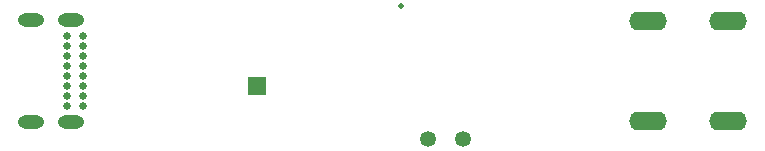
<source format=gbs>
G04 #@! TF.GenerationSoftware,KiCad,Pcbnew,5.1.10*
G04 #@! TF.CreationDate,2021-08-01T14:45:19-04:00*
G04 #@! TF.ProjectId,dac,6461632e-6b69-4636-9164-5f7063625858,rev?*
G04 #@! TF.SameCoordinates,Original*
G04 #@! TF.FileFunction,Soldermask,Bot*
G04 #@! TF.FilePolarity,Negative*
%FSLAX46Y46*%
G04 Gerber Fmt 4.6, Leading zero omitted, Abs format (unit mm)*
G04 Created by KiCad (PCBNEW 5.1.10) date 2021-08-01 14:45:19*
%MOMM*%
%LPD*%
G01*
G04 APERTURE LIST*
%ADD10O,3.200000X1.600000*%
%ADD11R,1.500000X1.500000*%
%ADD12C,1.346200*%
%ADD13C,0.500000*%
%ADD14O,2.216000X1.108000*%
%ADD15C,0.650000*%
G04 APERTURE END LIST*
D10*
X176150000Y-104775000D03*
X169350000Y-113225000D03*
X176150000Y-113225000D03*
X169350000Y-104775000D03*
D11*
X136300000Y-110300000D03*
D12*
X150750000Y-114799600D03*
X153750000Y-114799600D03*
D13*
X148500000Y-103500000D03*
D14*
X117165000Y-104675000D03*
X117165000Y-113325000D03*
X120545000Y-113325000D03*
X120545000Y-104675000D03*
D15*
X120175000Y-106025000D03*
X120175000Y-106875000D03*
X120175000Y-107725000D03*
X120175000Y-108575000D03*
X120175000Y-109425000D03*
X120175000Y-110275000D03*
X120175000Y-111125000D03*
X120175000Y-111975000D03*
X121525000Y-111975000D03*
X121525000Y-111125000D03*
X121525000Y-110275000D03*
X121525000Y-109425000D03*
X121525000Y-108575000D03*
X121525000Y-107725000D03*
X121525000Y-106875000D03*
X121525000Y-106025000D03*
M02*

</source>
